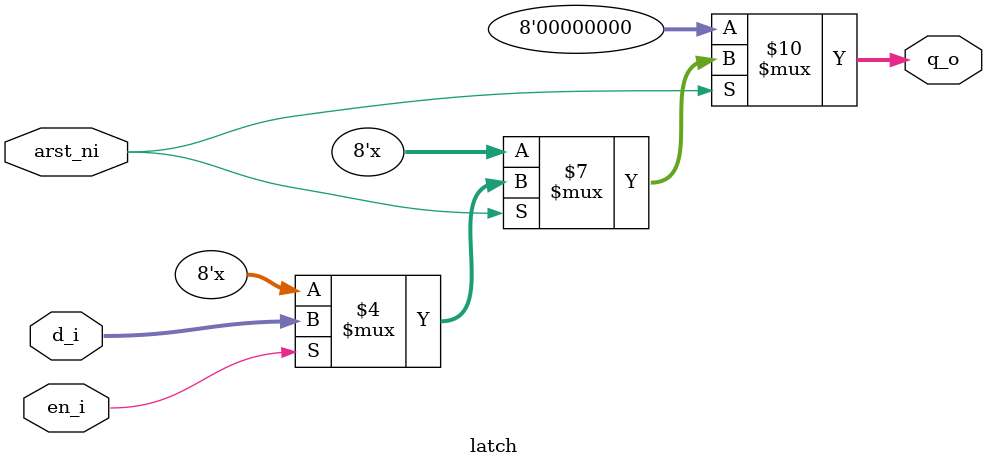
<source format=sv>

module latch #(
    parameter int ELEM_WIDTH = 8
) (
    input  logic                  arst_ni,
    input  logic                  en_i,
    input  logic [ELEM_WIDTH-1:0] d_i,
    output logic [ELEM_WIDTH-1:0] q_o
);

  always @(en_i or d_i or arst_ni) begin
    if (~arst_ni) q_o = '0;
    else if (en_i) q_o = d_i;
  end

endmodule

</source>
